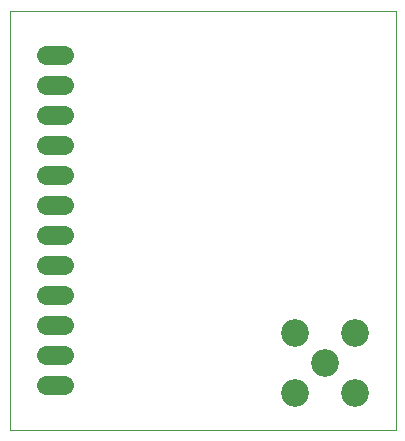
<source format=gbs>
G75*
G70*
%OFA0B0*%
%FSLAX24Y24*%
%IPPOS*%
%LPD*%
%AMOC8*
5,1,8,0,0,1.08239X$1,22.5*
%
%ADD10C,0.0000*%
%ADD11C,0.0926*%
%ADD12C,0.0640*%
D10*
X003000Y001708D02*
X003000Y015704D01*
X015870Y015704D01*
X015870Y001708D01*
X003000Y001708D01*
D11*
X012500Y002958D03*
X013500Y003958D03*
X014500Y002958D03*
X014500Y004958D03*
X012500Y004958D03*
D12*
X004800Y005208D02*
X004200Y005208D01*
X004200Y004208D02*
X004800Y004208D01*
X004800Y003208D02*
X004200Y003208D01*
X004200Y006208D02*
X004800Y006208D01*
X004800Y007208D02*
X004200Y007208D01*
X004200Y008208D02*
X004800Y008208D01*
X004800Y009208D02*
X004200Y009208D01*
X004200Y010208D02*
X004800Y010208D01*
X004800Y011208D02*
X004200Y011208D01*
X004200Y012208D02*
X004800Y012208D01*
X004800Y013208D02*
X004200Y013208D01*
X004200Y014208D02*
X004800Y014208D01*
M02*

</source>
